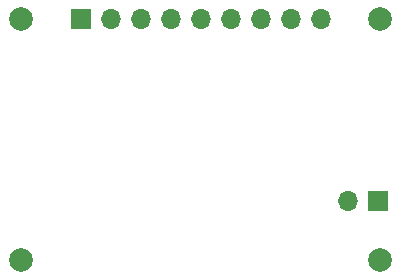
<source format=gbr>
%TF.GenerationSoftware,KiCad,Pcbnew,8.0.3*%
%TF.CreationDate,2024-12-25T15:45:28+08:00*%
%TF.ProjectId,ICM-42688,49434d2d-3432-4363-9838-2e6b69636164,rev?*%
%TF.SameCoordinates,Original*%
%TF.FileFunction,Soldermask,Bot*%
%TF.FilePolarity,Negative*%
%FSLAX46Y46*%
G04 Gerber Fmt 4.6, Leading zero omitted, Abs format (unit mm)*
G04 Created by KiCad (PCBNEW 8.0.3) date 2024-12-25 15:45:28*
%MOMM*%
%LPD*%
G01*
G04 APERTURE LIST*
%ADD10C,2.000000*%
%ADD11R,1.700000X1.700000*%
%ADD12O,1.700000X1.700000*%
G04 APERTURE END LIST*
D10*
%TO.C,H2*%
X152700000Y-72300000D03*
%TD*%
%TO.C,H3*%
X152700000Y-92700000D03*
%TD*%
%TO.C,H4*%
X122300000Y-92700000D03*
%TD*%
D11*
%TO.C,JP1*%
X152510000Y-87700000D03*
D12*
X149970000Y-87700000D03*
%TD*%
D11*
%TO.C,J1*%
X127350000Y-72300000D03*
D12*
X129890000Y-72300000D03*
X132430000Y-72300000D03*
X134970000Y-72300000D03*
X137510000Y-72300000D03*
X140050000Y-72300000D03*
X142590000Y-72300000D03*
X145130000Y-72300000D03*
X147670000Y-72300000D03*
%TD*%
D10*
%TO.C,H1*%
X122300000Y-72300000D03*
%TD*%
M02*

</source>
